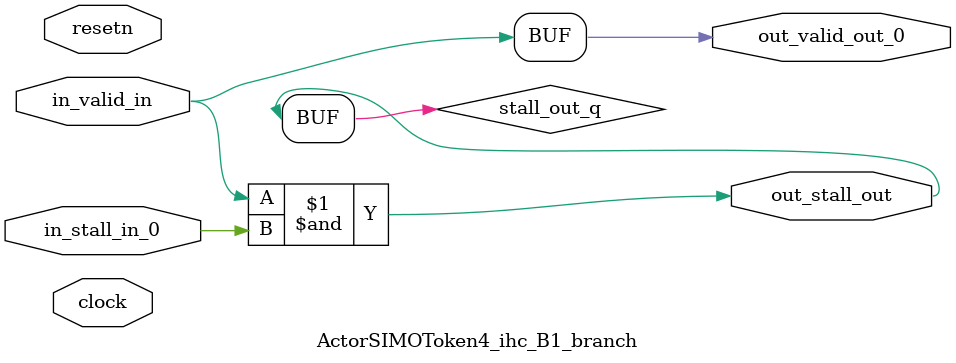
<source format=sv>



(* altera_attribute = "-name AUTO_SHIFT_REGISTER_RECOGNITION OFF; -name MESSAGE_DISABLE 10036; -name MESSAGE_DISABLE 10037; -name MESSAGE_DISABLE 14130; -name MESSAGE_DISABLE 14320; -name MESSAGE_DISABLE 15400; -name MESSAGE_DISABLE 14130; -name MESSAGE_DISABLE 10036; -name MESSAGE_DISABLE 12020; -name MESSAGE_DISABLE 12030; -name MESSAGE_DISABLE 12010; -name MESSAGE_DISABLE 12110; -name MESSAGE_DISABLE 14320; -name MESSAGE_DISABLE 13410; -name MESSAGE_DISABLE 113007; -name MESSAGE_DISABLE 10958" *)
module ActorSIMOToken4_ihc_B1_branch (
    input wire [0:0] in_stall_in_0,
    input wire [0:0] in_valid_in,
    output wire [0:0] out_stall_out,
    output wire [0:0] out_valid_out_0,
    input wire clock,
    input wire resetn
    );

    wire [0:0] stall_out_q;


    // stall_out(LOGICAL,6)
    assign stall_out_q = in_valid_in & in_stall_in_0;

    // out_stall_out(GPOUT,4)
    assign out_stall_out = stall_out_q;

    // out_valid_out_0(GPOUT,5)
    assign out_valid_out_0 = in_valid_in;

endmodule

</source>
